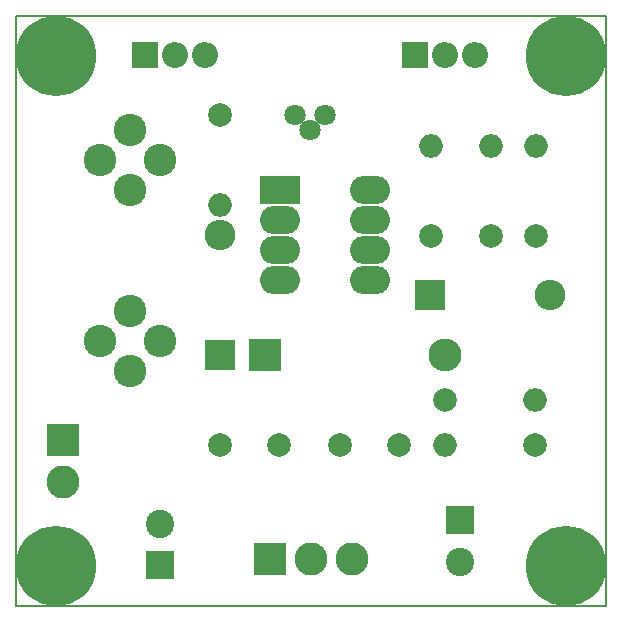
<source format=gbr>
G04 #@! TF.FileFunction,Soldermask,Top*
%FSLAX46Y46*%
G04 Gerber Fmt 4.6, Leading zero omitted, Abs format (unit mm)*
G04 Created by KiCad (PCBNEW 4.0.7-e2-6376~58~ubuntu16.04.1) date Sun Apr  8 15:35:44 2018*
%MOMM*%
%LPD*%
G01*
G04 APERTURE LIST*
%ADD10C,0.500000*%
%ADD11C,0.150000*%
%ADD12C,2.000000*%
%ADD13O,2.000000X2.000000*%
%ADD14R,2.400000X2.400000*%
%ADD15C,2.400000*%
%ADD16C,2.800000*%
%ADD17R,2.800000X2.800000*%
%ADD18C,1.800000*%
%ADD19R,3.400000X2.400000*%
%ADD20O,3.400000X2.400000*%
%ADD21R,2.200000X2.200000*%
%ADD22O,2.200000X2.200000*%
%ADD23C,6.800000*%
%ADD24C,1.200000*%
%ADD25R,2.600000X2.600000*%
%ADD26O,2.600000X2.600000*%
%ADD27O,2.800000X2.800000*%
%ADD28C,2.750000*%
G04 APERTURE END LIST*
D10*
D11*
X50000000Y-50000000D02*
X50000000Y-100000000D01*
X100000000Y-50000000D02*
X100000000Y-100000000D01*
X50000000Y-100000000D02*
X100000000Y-100000000D01*
X50000000Y-50000000D02*
X100000000Y-50000000D01*
D12*
X90240000Y-68650000D03*
D13*
X90240000Y-61030000D03*
D14*
X62230000Y-96520000D03*
D15*
X62230000Y-93020000D03*
D14*
X87630000Y-92710000D03*
D15*
X87630000Y-96210000D03*
D12*
X67310000Y-86360000D03*
X72310000Y-86360000D03*
X77470000Y-86360000D03*
X82470000Y-86360000D03*
D16*
X53980000Y-89450000D03*
D17*
X53980000Y-85950000D03*
D16*
X75000000Y-96020000D03*
D17*
X71500000Y-96020000D03*
D16*
X78500000Y-96020000D03*
D18*
X74930000Y-59690000D03*
X73660000Y-58420000D03*
X76200000Y-58420000D03*
D12*
X67310000Y-58420000D03*
D13*
X67310000Y-66040000D03*
D12*
X94050000Y-68650000D03*
D13*
X94050000Y-61030000D03*
D12*
X85160000Y-68650000D03*
D13*
X85160000Y-61030000D03*
D19*
X72390000Y-64770000D03*
D20*
X80010000Y-72390000D03*
X72390000Y-67310000D03*
X80010000Y-69850000D03*
X72390000Y-69850000D03*
X80010000Y-67310000D03*
X72390000Y-72390000D03*
X80010000Y-64770000D03*
D21*
X60960000Y-53340000D03*
D22*
X63500000Y-53340000D03*
X66040000Y-53340000D03*
D21*
X83820000Y-53340000D03*
D22*
X86360000Y-53340000D03*
X88900000Y-53340000D03*
D23*
X53410000Y-53410000D03*
D24*
X55810000Y-53410000D03*
X55107056Y-55107056D03*
X53410000Y-55810000D03*
X51712944Y-55107056D03*
X51010000Y-53410000D03*
X51712944Y-51712944D03*
X53410000Y-51010000D03*
X55107056Y-51712944D03*
D23*
X96590000Y-53410000D03*
D24*
X98990000Y-53410000D03*
X98287056Y-55107056D03*
X96590000Y-55810000D03*
X94892944Y-55107056D03*
X94190000Y-53410000D03*
X94892944Y-51712944D03*
X96590000Y-51010000D03*
X98287056Y-51712944D03*
D23*
X53410000Y-96590000D03*
D24*
X55810000Y-96590000D03*
X55107056Y-98287056D03*
X53410000Y-98990000D03*
X51712944Y-98287056D03*
X51010000Y-96590000D03*
X51712944Y-94892944D03*
X53410000Y-94190000D03*
X55107056Y-94892944D03*
D23*
X96590000Y-96590000D03*
D24*
X98990000Y-96590000D03*
X98287056Y-98287056D03*
X96590000Y-98990000D03*
X94892944Y-98287056D03*
X94190000Y-96590000D03*
X94892944Y-94892944D03*
X96590000Y-94190000D03*
X98287056Y-94892944D03*
D25*
X85090000Y-73660000D03*
D26*
X95250000Y-73660000D03*
D25*
X67310000Y-78740000D03*
D26*
X67310000Y-68580000D03*
D17*
X71120000Y-78740000D03*
D27*
X86360000Y-78740000D03*
D28*
X59690000Y-75010000D03*
X59690000Y-80090000D03*
X59690000Y-64770000D03*
X59690000Y-59690000D03*
X62230000Y-77550000D03*
X57150000Y-77550000D03*
X62230000Y-62230000D03*
X57150000Y-62230000D03*
D12*
X86360000Y-82550000D03*
D13*
X93980000Y-82550000D03*
D12*
X93980000Y-86360000D03*
D13*
X86360000Y-86360000D03*
M02*

</source>
